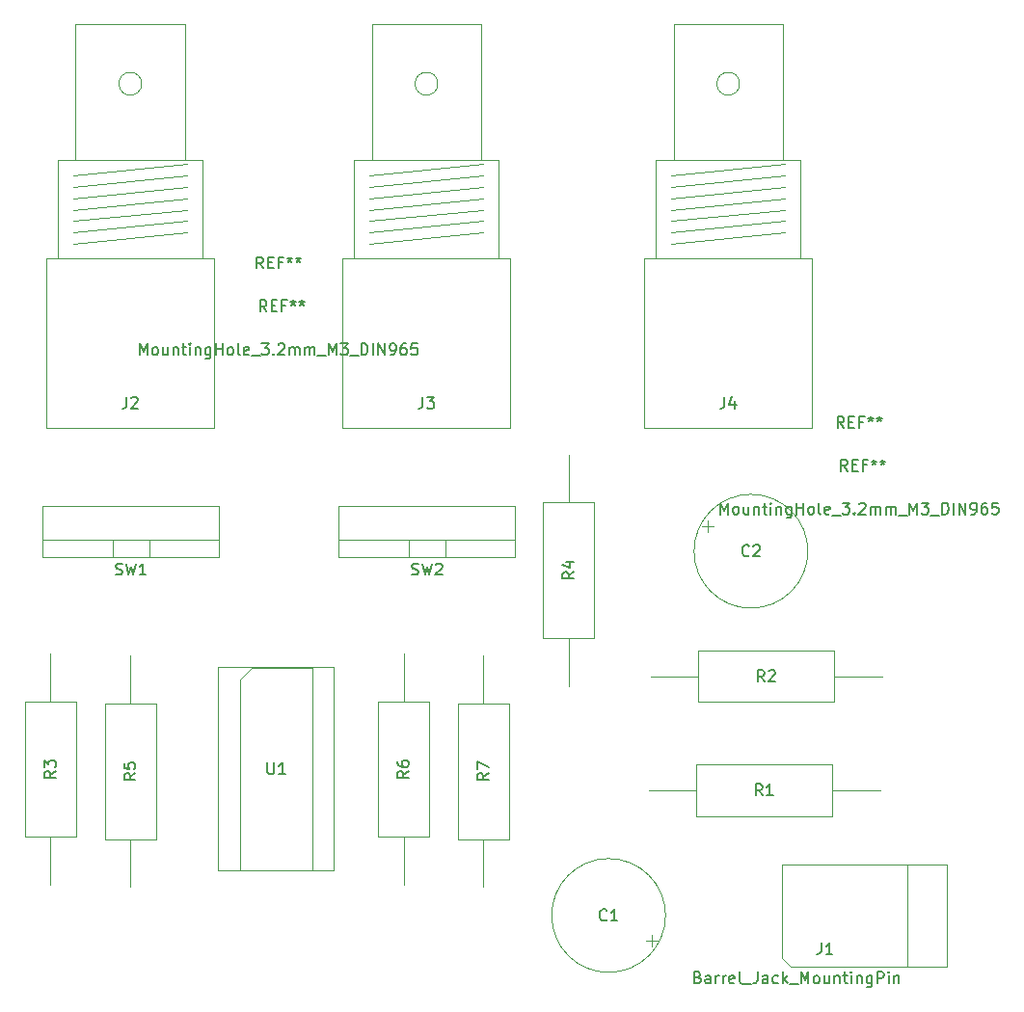
<source format=gbr>
%TF.GenerationSoftware,KiCad,Pcbnew,5.1.6-c6e7f7d~87~ubuntu20.04.1*%
%TF.CreationDate,2020-07-21T15:48:12+01:00*%
%TF.ProjectId,pmt_combiner,706d745f-636f-46d6-9269-6e65722e6b69,rev?*%
%TF.SameCoordinates,Original*%
%TF.FileFunction,Other,Fab,Top*%
%FSLAX46Y46*%
G04 Gerber Fmt 4.6, Leading zero omitted, Abs format (unit mm)*
G04 Created by KiCad (PCBNEW 5.1.6-c6e7f7d~87~ubuntu20.04.1) date 2020-07-21 15:48:12*
%MOMM*%
%LPD*%
G01*
G04 APERTURE LIST*
%ADD10C,0.100000*%
%ADD11C,0.150000*%
G04 APERTURE END LIST*
D10*
%TO.C,C1*%
X172500000Y-94000000D02*
G75*
G03*
X172500000Y-94000000I-5000000J0D01*
G01*
X171788861Y-96187500D02*
X170788861Y-96187500D01*
X171288861Y-96687500D02*
X171288861Y-95687500D01*
%TO.C,C2*%
X176211139Y-59312500D02*
X176211139Y-60312500D01*
X175711139Y-59812500D02*
X176711139Y-59812500D01*
X185000000Y-62000000D02*
G75*
G03*
X185000000Y-62000000I-5000000J0D01*
G01*
%TO.C,J1*%
X183503213Y-98505425D02*
X182700000Y-97750000D01*
X193700000Y-98500000D02*
X193700000Y-89500000D01*
X197200000Y-98500000D02*
X197200000Y-89500000D01*
X197200000Y-89500000D02*
X182700000Y-89500000D01*
X182700000Y-89500000D02*
X182700000Y-97750000D01*
X183500000Y-98500000D02*
X197200000Y-98500000D01*
%TO.C,J2*%
X120500000Y-35000000D02*
X130500000Y-34000000D01*
X118150000Y-36300000D02*
X118150000Y-51200000D01*
X132850000Y-36300000D02*
X118150000Y-36300000D01*
X132850000Y-51200000D02*
X132850000Y-36300000D01*
X118150000Y-51200000D02*
X132850000Y-51200000D01*
X119150000Y-27600000D02*
X119150000Y-36300000D01*
X131850000Y-27600000D02*
X119150000Y-27600000D01*
X131850000Y-36300000D02*
X131850000Y-27600000D01*
X120700000Y-15700000D02*
X120700000Y-27600000D01*
X130300000Y-15700000D02*
X120700000Y-15700000D01*
X130300000Y-27600000D02*
X130300000Y-15700000D01*
X126500000Y-20930000D02*
G75*
G03*
X126500000Y-20930000I-1000000J0D01*
G01*
X120500000Y-34000000D02*
X130500000Y-33000000D01*
X120500000Y-33000000D02*
X130500000Y-32000000D01*
X120500000Y-32000000D02*
X130500000Y-31000000D01*
X120500000Y-31000000D02*
X130500000Y-30000000D01*
X120500000Y-30000000D02*
X130500000Y-29000000D01*
X120500000Y-29000000D02*
X130500000Y-28000000D01*
%TO.C,J3*%
X146500000Y-29000000D02*
X156500000Y-28000000D01*
X146500000Y-30000000D02*
X156500000Y-29000000D01*
X146500000Y-31000000D02*
X156500000Y-30000000D01*
X146500000Y-32000000D02*
X156500000Y-31000000D01*
X146500000Y-33000000D02*
X156500000Y-32000000D01*
X146500000Y-34000000D02*
X156500000Y-33000000D01*
X152500000Y-20930000D02*
G75*
G03*
X152500000Y-20930000I-1000000J0D01*
G01*
X156300000Y-27600000D02*
X156300000Y-15700000D01*
X156300000Y-15700000D02*
X146700000Y-15700000D01*
X146700000Y-15700000D02*
X146700000Y-27600000D01*
X157850000Y-36300000D02*
X157850000Y-27600000D01*
X157850000Y-27600000D02*
X145150000Y-27600000D01*
X145150000Y-27600000D02*
X145150000Y-36300000D01*
X144150000Y-51200000D02*
X158850000Y-51200000D01*
X158850000Y-51200000D02*
X158850000Y-36300000D01*
X158850000Y-36300000D02*
X144150000Y-36300000D01*
X144150000Y-36300000D02*
X144150000Y-51200000D01*
X146500000Y-35000000D02*
X156500000Y-34000000D01*
%TO.C,J4*%
X173000000Y-29000000D02*
X183000000Y-28000000D01*
X173000000Y-30000000D02*
X183000000Y-29000000D01*
X173000000Y-31000000D02*
X183000000Y-30000000D01*
X173000000Y-32000000D02*
X183000000Y-31000000D01*
X173000000Y-33000000D02*
X183000000Y-32000000D01*
X173000000Y-34000000D02*
X183000000Y-33000000D01*
X179000000Y-20930000D02*
G75*
G03*
X179000000Y-20930000I-1000000J0D01*
G01*
X182800000Y-27600000D02*
X182800000Y-15700000D01*
X182800000Y-15700000D02*
X173200000Y-15700000D01*
X173200000Y-15700000D02*
X173200000Y-27600000D01*
X184350000Y-36300000D02*
X184350000Y-27600000D01*
X184350000Y-27600000D02*
X171650000Y-27600000D01*
X171650000Y-27600000D02*
X171650000Y-36300000D01*
X170650000Y-51200000D02*
X185350000Y-51200000D01*
X185350000Y-51200000D02*
X185350000Y-36300000D01*
X185350000Y-36300000D02*
X170650000Y-36300000D01*
X170650000Y-36300000D02*
X170650000Y-51200000D01*
X173000000Y-35000000D02*
X183000000Y-34000000D01*
%TO.C,R1*%
X175210000Y-80750000D02*
X175210000Y-85250000D01*
X175210000Y-85250000D02*
X187110000Y-85250000D01*
X187110000Y-85250000D02*
X187110000Y-80750000D01*
X187110000Y-80750000D02*
X175210000Y-80750000D01*
X171000000Y-83000000D02*
X175210000Y-83000000D01*
X191320000Y-83000000D02*
X187110000Y-83000000D01*
%TO.C,R2*%
X171180000Y-73000000D02*
X175390000Y-73000000D01*
X191500000Y-73000000D02*
X187290000Y-73000000D01*
X175390000Y-75250000D02*
X187290000Y-75250000D01*
X175390000Y-70750000D02*
X175390000Y-75250000D01*
X187290000Y-70750000D02*
X175390000Y-70750000D01*
X187290000Y-75250000D02*
X187290000Y-70750000D01*
%TO.C,R3*%
X118500000Y-91320000D02*
X118500000Y-87110000D01*
X118500000Y-71000000D02*
X118500000Y-75210000D01*
X120750000Y-87110000D02*
X120750000Y-75210000D01*
X116250000Y-87110000D02*
X120750000Y-87110000D01*
X116250000Y-75210000D02*
X116250000Y-87110000D01*
X120750000Y-75210000D02*
X116250000Y-75210000D01*
%TO.C,R4*%
X166250000Y-57710000D02*
X161750000Y-57710000D01*
X161750000Y-57710000D02*
X161750000Y-69610000D01*
X161750000Y-69610000D02*
X166250000Y-69610000D01*
X166250000Y-69610000D02*
X166250000Y-57710000D01*
X164000000Y-53500000D02*
X164000000Y-57710000D01*
X164000000Y-73820000D02*
X164000000Y-69610000D01*
%TO.C,R5*%
X123250000Y-87290000D02*
X127750000Y-87290000D01*
X127750000Y-87290000D02*
X127750000Y-75390000D01*
X127750000Y-75390000D02*
X123250000Y-75390000D01*
X123250000Y-75390000D02*
X123250000Y-87290000D01*
X125500000Y-91500000D02*
X125500000Y-87290000D01*
X125500000Y-71180000D02*
X125500000Y-75390000D01*
%TO.C,R6*%
X151750000Y-75210000D02*
X147250000Y-75210000D01*
X147250000Y-75210000D02*
X147250000Y-87110000D01*
X147250000Y-87110000D02*
X151750000Y-87110000D01*
X151750000Y-87110000D02*
X151750000Y-75210000D01*
X149500000Y-71000000D02*
X149500000Y-75210000D01*
X149500000Y-91320000D02*
X149500000Y-87110000D01*
%TO.C,R7*%
X156500000Y-71180000D02*
X156500000Y-75390000D01*
X156500000Y-91500000D02*
X156500000Y-87290000D01*
X154250000Y-75390000D02*
X154250000Y-87290000D01*
X158750000Y-75390000D02*
X154250000Y-75390000D01*
X158750000Y-87290000D02*
X158750000Y-75390000D01*
X154250000Y-87290000D02*
X158750000Y-87290000D01*
%TO.C,SW1*%
X133300000Y-62500000D02*
X133300000Y-58000000D01*
X133300000Y-58000000D02*
X117800000Y-58000000D01*
X117800000Y-58000000D02*
X117800000Y-62500000D01*
X117800000Y-62500000D02*
X133300000Y-62500000D01*
X133300000Y-61000000D02*
X117800000Y-61000000D01*
X127150000Y-62500000D02*
X127150000Y-61000000D01*
X123950000Y-62500000D02*
X123950000Y-61000000D01*
%TO.C,SW2*%
X149950000Y-62500000D02*
X149950000Y-61000000D01*
X153150000Y-62500000D02*
X153150000Y-61000000D01*
X159300000Y-61000000D02*
X143800000Y-61000000D01*
X143800000Y-62500000D02*
X159300000Y-62500000D01*
X143800000Y-58000000D02*
X143800000Y-62500000D01*
X159300000Y-58000000D02*
X143800000Y-58000000D01*
X159300000Y-62500000D02*
X159300000Y-58000000D01*
%TO.C,U1*%
X136135000Y-72230000D02*
X141485000Y-72230000D01*
X141485000Y-72230000D02*
X141485000Y-90010000D01*
X141485000Y-90010000D02*
X135135000Y-90010000D01*
X135135000Y-90010000D02*
X135135000Y-73230000D01*
X135135000Y-73230000D02*
X136135000Y-72230000D01*
X133230000Y-72170000D02*
X133230000Y-90070000D01*
X133230000Y-90070000D02*
X143390000Y-90070000D01*
X143390000Y-90070000D02*
X143390000Y-72170000D01*
X143390000Y-72170000D02*
X133230000Y-72170000D01*
%TD*%
%TO.C,REF\u002A\u002A*%
D11*
X137166666Y-37152380D02*
X136833333Y-36676190D01*
X136595238Y-37152380D02*
X136595238Y-36152380D01*
X136976190Y-36152380D01*
X137071428Y-36200000D01*
X137119047Y-36247619D01*
X137166666Y-36342857D01*
X137166666Y-36485714D01*
X137119047Y-36580952D01*
X137071428Y-36628571D01*
X136976190Y-36676190D01*
X136595238Y-36676190D01*
X137595238Y-36628571D02*
X137928571Y-36628571D01*
X138071428Y-37152380D02*
X137595238Y-37152380D01*
X137595238Y-36152380D01*
X138071428Y-36152380D01*
X138833333Y-36628571D02*
X138500000Y-36628571D01*
X138500000Y-37152380D02*
X138500000Y-36152380D01*
X138976190Y-36152380D01*
X139500000Y-36152380D02*
X139500000Y-36390476D01*
X139261904Y-36295238D02*
X139500000Y-36390476D01*
X139738095Y-36295238D01*
X139357142Y-36580952D02*
X139500000Y-36390476D01*
X139642857Y-36580952D01*
X140261904Y-36152380D02*
X140261904Y-36390476D01*
X140023809Y-36295238D02*
X140261904Y-36390476D01*
X140500000Y-36295238D01*
X140119047Y-36580952D02*
X140261904Y-36390476D01*
X140404761Y-36580952D01*
X126309523Y-44752380D02*
X126309523Y-43752380D01*
X126642857Y-44466666D01*
X126976190Y-43752380D01*
X126976190Y-44752380D01*
X127595238Y-44752380D02*
X127500000Y-44704761D01*
X127452380Y-44657142D01*
X127404761Y-44561904D01*
X127404761Y-44276190D01*
X127452380Y-44180952D01*
X127500000Y-44133333D01*
X127595238Y-44085714D01*
X127738095Y-44085714D01*
X127833333Y-44133333D01*
X127880952Y-44180952D01*
X127928571Y-44276190D01*
X127928571Y-44561904D01*
X127880952Y-44657142D01*
X127833333Y-44704761D01*
X127738095Y-44752380D01*
X127595238Y-44752380D01*
X128785714Y-44085714D02*
X128785714Y-44752380D01*
X128357142Y-44085714D02*
X128357142Y-44609523D01*
X128404761Y-44704761D01*
X128500000Y-44752380D01*
X128642857Y-44752380D01*
X128738095Y-44704761D01*
X128785714Y-44657142D01*
X129261904Y-44085714D02*
X129261904Y-44752380D01*
X129261904Y-44180952D02*
X129309523Y-44133333D01*
X129404761Y-44085714D01*
X129547619Y-44085714D01*
X129642857Y-44133333D01*
X129690476Y-44228571D01*
X129690476Y-44752380D01*
X130023809Y-44085714D02*
X130404761Y-44085714D01*
X130166666Y-43752380D02*
X130166666Y-44609523D01*
X130214285Y-44704761D01*
X130309523Y-44752380D01*
X130404761Y-44752380D01*
X130738095Y-44752380D02*
X130738095Y-44085714D01*
X130738095Y-43752380D02*
X130690476Y-43800000D01*
X130738095Y-43847619D01*
X130785714Y-43800000D01*
X130738095Y-43752380D01*
X130738095Y-43847619D01*
X131214285Y-44085714D02*
X131214285Y-44752380D01*
X131214285Y-44180952D02*
X131261904Y-44133333D01*
X131357142Y-44085714D01*
X131500000Y-44085714D01*
X131595238Y-44133333D01*
X131642857Y-44228571D01*
X131642857Y-44752380D01*
X132547619Y-44085714D02*
X132547619Y-44895238D01*
X132500000Y-44990476D01*
X132452380Y-45038095D01*
X132357142Y-45085714D01*
X132214285Y-45085714D01*
X132119047Y-45038095D01*
X132547619Y-44704761D02*
X132452380Y-44752380D01*
X132261904Y-44752380D01*
X132166666Y-44704761D01*
X132119047Y-44657142D01*
X132071428Y-44561904D01*
X132071428Y-44276190D01*
X132119047Y-44180952D01*
X132166666Y-44133333D01*
X132261904Y-44085714D01*
X132452380Y-44085714D01*
X132547619Y-44133333D01*
X133023809Y-44752380D02*
X133023809Y-43752380D01*
X133023809Y-44228571D02*
X133595238Y-44228571D01*
X133595238Y-44752380D02*
X133595238Y-43752380D01*
X134214285Y-44752380D02*
X134119047Y-44704761D01*
X134071428Y-44657142D01*
X134023809Y-44561904D01*
X134023809Y-44276190D01*
X134071428Y-44180952D01*
X134119047Y-44133333D01*
X134214285Y-44085714D01*
X134357142Y-44085714D01*
X134452380Y-44133333D01*
X134500000Y-44180952D01*
X134547619Y-44276190D01*
X134547619Y-44561904D01*
X134500000Y-44657142D01*
X134452380Y-44704761D01*
X134357142Y-44752380D01*
X134214285Y-44752380D01*
X135119047Y-44752380D02*
X135023809Y-44704761D01*
X134976190Y-44609523D01*
X134976190Y-43752380D01*
X135880952Y-44704761D02*
X135785714Y-44752380D01*
X135595238Y-44752380D01*
X135500000Y-44704761D01*
X135452380Y-44609523D01*
X135452380Y-44228571D01*
X135500000Y-44133333D01*
X135595238Y-44085714D01*
X135785714Y-44085714D01*
X135880952Y-44133333D01*
X135928571Y-44228571D01*
X135928571Y-44323809D01*
X135452380Y-44419047D01*
X136119047Y-44847619D02*
X136880952Y-44847619D01*
X137023809Y-43752380D02*
X137642857Y-43752380D01*
X137309523Y-44133333D01*
X137452380Y-44133333D01*
X137547619Y-44180952D01*
X137595238Y-44228571D01*
X137642857Y-44323809D01*
X137642857Y-44561904D01*
X137595238Y-44657142D01*
X137547619Y-44704761D01*
X137452380Y-44752380D01*
X137166666Y-44752380D01*
X137071428Y-44704761D01*
X137023809Y-44657142D01*
X138071428Y-44657142D02*
X138119047Y-44704761D01*
X138071428Y-44752380D01*
X138023809Y-44704761D01*
X138071428Y-44657142D01*
X138071428Y-44752380D01*
X138500000Y-43847619D02*
X138547619Y-43800000D01*
X138642857Y-43752380D01*
X138880952Y-43752380D01*
X138976190Y-43800000D01*
X139023809Y-43847619D01*
X139071428Y-43942857D01*
X139071428Y-44038095D01*
X139023809Y-44180952D01*
X138452380Y-44752380D01*
X139071428Y-44752380D01*
X139500000Y-44752380D02*
X139500000Y-44085714D01*
X139500000Y-44180952D02*
X139547619Y-44133333D01*
X139642857Y-44085714D01*
X139785714Y-44085714D01*
X139880952Y-44133333D01*
X139928571Y-44228571D01*
X139928571Y-44752380D01*
X139928571Y-44228571D02*
X139976190Y-44133333D01*
X140071428Y-44085714D01*
X140214285Y-44085714D01*
X140309523Y-44133333D01*
X140357142Y-44228571D01*
X140357142Y-44752380D01*
X140833333Y-44752380D02*
X140833333Y-44085714D01*
X140833333Y-44180952D02*
X140880952Y-44133333D01*
X140976190Y-44085714D01*
X141119047Y-44085714D01*
X141214285Y-44133333D01*
X141261904Y-44228571D01*
X141261904Y-44752380D01*
X141261904Y-44228571D02*
X141309523Y-44133333D01*
X141404761Y-44085714D01*
X141547619Y-44085714D01*
X141642857Y-44133333D01*
X141690476Y-44228571D01*
X141690476Y-44752380D01*
X141928571Y-44847619D02*
X142690476Y-44847619D01*
X142928571Y-44752380D02*
X142928571Y-43752380D01*
X143261904Y-44466666D01*
X143595238Y-43752380D01*
X143595238Y-44752380D01*
X143976190Y-43752380D02*
X144595238Y-43752380D01*
X144261904Y-44133333D01*
X144404761Y-44133333D01*
X144500000Y-44180952D01*
X144547619Y-44228571D01*
X144595238Y-44323809D01*
X144595238Y-44561904D01*
X144547619Y-44657142D01*
X144500000Y-44704761D01*
X144404761Y-44752380D01*
X144119047Y-44752380D01*
X144023809Y-44704761D01*
X143976190Y-44657142D01*
X144785714Y-44847619D02*
X145547619Y-44847619D01*
X145785714Y-44752380D02*
X145785714Y-43752380D01*
X146023809Y-43752380D01*
X146166666Y-43800000D01*
X146261904Y-43895238D01*
X146309523Y-43990476D01*
X146357142Y-44180952D01*
X146357142Y-44323809D01*
X146309523Y-44514285D01*
X146261904Y-44609523D01*
X146166666Y-44704761D01*
X146023809Y-44752380D01*
X145785714Y-44752380D01*
X146785714Y-44752380D02*
X146785714Y-43752380D01*
X147261904Y-44752380D02*
X147261904Y-43752380D01*
X147833333Y-44752380D01*
X147833333Y-43752380D01*
X148357142Y-44752380D02*
X148547619Y-44752380D01*
X148642857Y-44704761D01*
X148690476Y-44657142D01*
X148785714Y-44514285D01*
X148833333Y-44323809D01*
X148833333Y-43942857D01*
X148785714Y-43847619D01*
X148738095Y-43800000D01*
X148642857Y-43752380D01*
X148452380Y-43752380D01*
X148357142Y-43800000D01*
X148309523Y-43847619D01*
X148261904Y-43942857D01*
X148261904Y-44180952D01*
X148309523Y-44276190D01*
X148357142Y-44323809D01*
X148452380Y-44371428D01*
X148642857Y-44371428D01*
X148738095Y-44323809D01*
X148785714Y-44276190D01*
X148833333Y-44180952D01*
X149690476Y-43752380D02*
X149500000Y-43752380D01*
X149404761Y-43800000D01*
X149357142Y-43847619D01*
X149261904Y-43990476D01*
X149214285Y-44180952D01*
X149214285Y-44561904D01*
X149261904Y-44657142D01*
X149309523Y-44704761D01*
X149404761Y-44752380D01*
X149595238Y-44752380D01*
X149690476Y-44704761D01*
X149738095Y-44657142D01*
X149785714Y-44561904D01*
X149785714Y-44323809D01*
X149738095Y-44228571D01*
X149690476Y-44180952D01*
X149595238Y-44133333D01*
X149404761Y-44133333D01*
X149309523Y-44180952D01*
X149261904Y-44228571D01*
X149214285Y-44323809D01*
X150690476Y-43752380D02*
X150214285Y-43752380D01*
X150166666Y-44228571D01*
X150214285Y-44180952D01*
X150309523Y-44133333D01*
X150547619Y-44133333D01*
X150642857Y-44180952D01*
X150690476Y-44228571D01*
X150738095Y-44323809D01*
X150738095Y-44561904D01*
X150690476Y-44657142D01*
X150642857Y-44704761D01*
X150547619Y-44752380D01*
X150309523Y-44752380D01*
X150214285Y-44704761D01*
X150166666Y-44657142D01*
X137466666Y-40952380D02*
X137133333Y-40476190D01*
X136895238Y-40952380D02*
X136895238Y-39952380D01*
X137276190Y-39952380D01*
X137371428Y-40000000D01*
X137419047Y-40047619D01*
X137466666Y-40142857D01*
X137466666Y-40285714D01*
X137419047Y-40380952D01*
X137371428Y-40428571D01*
X137276190Y-40476190D01*
X136895238Y-40476190D01*
X137895238Y-40428571D02*
X138228571Y-40428571D01*
X138371428Y-40952380D02*
X137895238Y-40952380D01*
X137895238Y-39952380D01*
X138371428Y-39952380D01*
X139133333Y-40428571D02*
X138800000Y-40428571D01*
X138800000Y-40952380D02*
X138800000Y-39952380D01*
X139276190Y-39952380D01*
X139800000Y-39952380D02*
X139800000Y-40190476D01*
X139561904Y-40095238D02*
X139800000Y-40190476D01*
X140038095Y-40095238D01*
X139657142Y-40380952D02*
X139800000Y-40190476D01*
X139942857Y-40380952D01*
X140561904Y-39952380D02*
X140561904Y-40190476D01*
X140323809Y-40095238D02*
X140561904Y-40190476D01*
X140800000Y-40095238D01*
X140419047Y-40380952D02*
X140561904Y-40190476D01*
X140704761Y-40380952D01*
X188166666Y-51152380D02*
X187833333Y-50676190D01*
X187595238Y-51152380D02*
X187595238Y-50152380D01*
X187976190Y-50152380D01*
X188071428Y-50200000D01*
X188119047Y-50247619D01*
X188166666Y-50342857D01*
X188166666Y-50485714D01*
X188119047Y-50580952D01*
X188071428Y-50628571D01*
X187976190Y-50676190D01*
X187595238Y-50676190D01*
X188595238Y-50628571D02*
X188928571Y-50628571D01*
X189071428Y-51152380D02*
X188595238Y-51152380D01*
X188595238Y-50152380D01*
X189071428Y-50152380D01*
X189833333Y-50628571D02*
X189500000Y-50628571D01*
X189500000Y-51152380D02*
X189500000Y-50152380D01*
X189976190Y-50152380D01*
X190500000Y-50152380D02*
X190500000Y-50390476D01*
X190261904Y-50295238D02*
X190500000Y-50390476D01*
X190738095Y-50295238D01*
X190357142Y-50580952D02*
X190500000Y-50390476D01*
X190642857Y-50580952D01*
X191261904Y-50152380D02*
X191261904Y-50390476D01*
X191023809Y-50295238D02*
X191261904Y-50390476D01*
X191500000Y-50295238D01*
X191119047Y-50580952D02*
X191261904Y-50390476D01*
X191404761Y-50580952D01*
X177309523Y-58752380D02*
X177309523Y-57752380D01*
X177642857Y-58466666D01*
X177976190Y-57752380D01*
X177976190Y-58752380D01*
X178595238Y-58752380D02*
X178500000Y-58704761D01*
X178452380Y-58657142D01*
X178404761Y-58561904D01*
X178404761Y-58276190D01*
X178452380Y-58180952D01*
X178500000Y-58133333D01*
X178595238Y-58085714D01*
X178738095Y-58085714D01*
X178833333Y-58133333D01*
X178880952Y-58180952D01*
X178928571Y-58276190D01*
X178928571Y-58561904D01*
X178880952Y-58657142D01*
X178833333Y-58704761D01*
X178738095Y-58752380D01*
X178595238Y-58752380D01*
X179785714Y-58085714D02*
X179785714Y-58752380D01*
X179357142Y-58085714D02*
X179357142Y-58609523D01*
X179404761Y-58704761D01*
X179500000Y-58752380D01*
X179642857Y-58752380D01*
X179738095Y-58704761D01*
X179785714Y-58657142D01*
X180261904Y-58085714D02*
X180261904Y-58752380D01*
X180261904Y-58180952D02*
X180309523Y-58133333D01*
X180404761Y-58085714D01*
X180547619Y-58085714D01*
X180642857Y-58133333D01*
X180690476Y-58228571D01*
X180690476Y-58752380D01*
X181023809Y-58085714D02*
X181404761Y-58085714D01*
X181166666Y-57752380D02*
X181166666Y-58609523D01*
X181214285Y-58704761D01*
X181309523Y-58752380D01*
X181404761Y-58752380D01*
X181738095Y-58752380D02*
X181738095Y-58085714D01*
X181738095Y-57752380D02*
X181690476Y-57800000D01*
X181738095Y-57847619D01*
X181785714Y-57800000D01*
X181738095Y-57752380D01*
X181738095Y-57847619D01*
X182214285Y-58085714D02*
X182214285Y-58752380D01*
X182214285Y-58180952D02*
X182261904Y-58133333D01*
X182357142Y-58085714D01*
X182500000Y-58085714D01*
X182595238Y-58133333D01*
X182642857Y-58228571D01*
X182642857Y-58752380D01*
X183547619Y-58085714D02*
X183547619Y-58895238D01*
X183500000Y-58990476D01*
X183452380Y-59038095D01*
X183357142Y-59085714D01*
X183214285Y-59085714D01*
X183119047Y-59038095D01*
X183547619Y-58704761D02*
X183452380Y-58752380D01*
X183261904Y-58752380D01*
X183166666Y-58704761D01*
X183119047Y-58657142D01*
X183071428Y-58561904D01*
X183071428Y-58276190D01*
X183119047Y-58180952D01*
X183166666Y-58133333D01*
X183261904Y-58085714D01*
X183452380Y-58085714D01*
X183547619Y-58133333D01*
X184023809Y-58752380D02*
X184023809Y-57752380D01*
X184023809Y-58228571D02*
X184595238Y-58228571D01*
X184595238Y-58752380D02*
X184595238Y-57752380D01*
X185214285Y-58752380D02*
X185119047Y-58704761D01*
X185071428Y-58657142D01*
X185023809Y-58561904D01*
X185023809Y-58276190D01*
X185071428Y-58180952D01*
X185119047Y-58133333D01*
X185214285Y-58085714D01*
X185357142Y-58085714D01*
X185452380Y-58133333D01*
X185500000Y-58180952D01*
X185547619Y-58276190D01*
X185547619Y-58561904D01*
X185500000Y-58657142D01*
X185452380Y-58704761D01*
X185357142Y-58752380D01*
X185214285Y-58752380D01*
X186119047Y-58752380D02*
X186023809Y-58704761D01*
X185976190Y-58609523D01*
X185976190Y-57752380D01*
X186880952Y-58704761D02*
X186785714Y-58752380D01*
X186595238Y-58752380D01*
X186500000Y-58704761D01*
X186452380Y-58609523D01*
X186452380Y-58228571D01*
X186500000Y-58133333D01*
X186595238Y-58085714D01*
X186785714Y-58085714D01*
X186880952Y-58133333D01*
X186928571Y-58228571D01*
X186928571Y-58323809D01*
X186452380Y-58419047D01*
X187119047Y-58847619D02*
X187880952Y-58847619D01*
X188023809Y-57752380D02*
X188642857Y-57752380D01*
X188309523Y-58133333D01*
X188452380Y-58133333D01*
X188547619Y-58180952D01*
X188595238Y-58228571D01*
X188642857Y-58323809D01*
X188642857Y-58561904D01*
X188595238Y-58657142D01*
X188547619Y-58704761D01*
X188452380Y-58752380D01*
X188166666Y-58752380D01*
X188071428Y-58704761D01*
X188023809Y-58657142D01*
X189071428Y-58657142D02*
X189119047Y-58704761D01*
X189071428Y-58752380D01*
X189023809Y-58704761D01*
X189071428Y-58657142D01*
X189071428Y-58752380D01*
X189500000Y-57847619D02*
X189547619Y-57800000D01*
X189642857Y-57752380D01*
X189880952Y-57752380D01*
X189976190Y-57800000D01*
X190023809Y-57847619D01*
X190071428Y-57942857D01*
X190071428Y-58038095D01*
X190023809Y-58180952D01*
X189452380Y-58752380D01*
X190071428Y-58752380D01*
X190500000Y-58752380D02*
X190500000Y-58085714D01*
X190500000Y-58180952D02*
X190547619Y-58133333D01*
X190642857Y-58085714D01*
X190785714Y-58085714D01*
X190880952Y-58133333D01*
X190928571Y-58228571D01*
X190928571Y-58752380D01*
X190928571Y-58228571D02*
X190976190Y-58133333D01*
X191071428Y-58085714D01*
X191214285Y-58085714D01*
X191309523Y-58133333D01*
X191357142Y-58228571D01*
X191357142Y-58752380D01*
X191833333Y-58752380D02*
X191833333Y-58085714D01*
X191833333Y-58180952D02*
X191880952Y-58133333D01*
X191976190Y-58085714D01*
X192119047Y-58085714D01*
X192214285Y-58133333D01*
X192261904Y-58228571D01*
X192261904Y-58752380D01*
X192261904Y-58228571D02*
X192309523Y-58133333D01*
X192404761Y-58085714D01*
X192547619Y-58085714D01*
X192642857Y-58133333D01*
X192690476Y-58228571D01*
X192690476Y-58752380D01*
X192928571Y-58847619D02*
X193690476Y-58847619D01*
X193928571Y-58752380D02*
X193928571Y-57752380D01*
X194261904Y-58466666D01*
X194595238Y-57752380D01*
X194595238Y-58752380D01*
X194976190Y-57752380D02*
X195595238Y-57752380D01*
X195261904Y-58133333D01*
X195404761Y-58133333D01*
X195500000Y-58180952D01*
X195547619Y-58228571D01*
X195595238Y-58323809D01*
X195595238Y-58561904D01*
X195547619Y-58657142D01*
X195500000Y-58704761D01*
X195404761Y-58752380D01*
X195119047Y-58752380D01*
X195023809Y-58704761D01*
X194976190Y-58657142D01*
X195785714Y-58847619D02*
X196547619Y-58847619D01*
X196785714Y-58752380D02*
X196785714Y-57752380D01*
X197023809Y-57752380D01*
X197166666Y-57800000D01*
X197261904Y-57895238D01*
X197309523Y-57990476D01*
X197357142Y-58180952D01*
X197357142Y-58323809D01*
X197309523Y-58514285D01*
X197261904Y-58609523D01*
X197166666Y-58704761D01*
X197023809Y-58752380D01*
X196785714Y-58752380D01*
X197785714Y-58752380D02*
X197785714Y-57752380D01*
X198261904Y-58752380D02*
X198261904Y-57752380D01*
X198833333Y-58752380D01*
X198833333Y-57752380D01*
X199357142Y-58752380D02*
X199547619Y-58752380D01*
X199642857Y-58704761D01*
X199690476Y-58657142D01*
X199785714Y-58514285D01*
X199833333Y-58323809D01*
X199833333Y-57942857D01*
X199785714Y-57847619D01*
X199738095Y-57800000D01*
X199642857Y-57752380D01*
X199452380Y-57752380D01*
X199357142Y-57800000D01*
X199309523Y-57847619D01*
X199261904Y-57942857D01*
X199261904Y-58180952D01*
X199309523Y-58276190D01*
X199357142Y-58323809D01*
X199452380Y-58371428D01*
X199642857Y-58371428D01*
X199738095Y-58323809D01*
X199785714Y-58276190D01*
X199833333Y-58180952D01*
X200690476Y-57752380D02*
X200500000Y-57752380D01*
X200404761Y-57800000D01*
X200357142Y-57847619D01*
X200261904Y-57990476D01*
X200214285Y-58180952D01*
X200214285Y-58561904D01*
X200261904Y-58657142D01*
X200309523Y-58704761D01*
X200404761Y-58752380D01*
X200595238Y-58752380D01*
X200690476Y-58704761D01*
X200738095Y-58657142D01*
X200785714Y-58561904D01*
X200785714Y-58323809D01*
X200738095Y-58228571D01*
X200690476Y-58180952D01*
X200595238Y-58133333D01*
X200404761Y-58133333D01*
X200309523Y-58180952D01*
X200261904Y-58228571D01*
X200214285Y-58323809D01*
X201690476Y-57752380D02*
X201214285Y-57752380D01*
X201166666Y-58228571D01*
X201214285Y-58180952D01*
X201309523Y-58133333D01*
X201547619Y-58133333D01*
X201642857Y-58180952D01*
X201690476Y-58228571D01*
X201738095Y-58323809D01*
X201738095Y-58561904D01*
X201690476Y-58657142D01*
X201642857Y-58704761D01*
X201547619Y-58752380D01*
X201309523Y-58752380D01*
X201214285Y-58704761D01*
X201166666Y-58657142D01*
X188466666Y-54952380D02*
X188133333Y-54476190D01*
X187895238Y-54952380D02*
X187895238Y-53952380D01*
X188276190Y-53952380D01*
X188371428Y-54000000D01*
X188419047Y-54047619D01*
X188466666Y-54142857D01*
X188466666Y-54285714D01*
X188419047Y-54380952D01*
X188371428Y-54428571D01*
X188276190Y-54476190D01*
X187895238Y-54476190D01*
X188895238Y-54428571D02*
X189228571Y-54428571D01*
X189371428Y-54952380D02*
X188895238Y-54952380D01*
X188895238Y-53952380D01*
X189371428Y-53952380D01*
X190133333Y-54428571D02*
X189800000Y-54428571D01*
X189800000Y-54952380D02*
X189800000Y-53952380D01*
X190276190Y-53952380D01*
X190800000Y-53952380D02*
X190800000Y-54190476D01*
X190561904Y-54095238D02*
X190800000Y-54190476D01*
X191038095Y-54095238D01*
X190657142Y-54380952D02*
X190800000Y-54190476D01*
X190942857Y-54380952D01*
X191561904Y-53952380D02*
X191561904Y-54190476D01*
X191323809Y-54095238D02*
X191561904Y-54190476D01*
X191800000Y-54095238D01*
X191419047Y-54380952D02*
X191561904Y-54190476D01*
X191704761Y-54380952D01*
%TO.C,C1*%
X167333333Y-94357142D02*
X167285714Y-94404761D01*
X167142857Y-94452380D01*
X167047619Y-94452380D01*
X166904761Y-94404761D01*
X166809523Y-94309523D01*
X166761904Y-94214285D01*
X166714285Y-94023809D01*
X166714285Y-93880952D01*
X166761904Y-93690476D01*
X166809523Y-93595238D01*
X166904761Y-93500000D01*
X167047619Y-93452380D01*
X167142857Y-93452380D01*
X167285714Y-93500000D01*
X167333333Y-93547619D01*
X168285714Y-94452380D02*
X167714285Y-94452380D01*
X168000000Y-94452380D02*
X168000000Y-93452380D01*
X167904761Y-93595238D01*
X167809523Y-93690476D01*
X167714285Y-93738095D01*
%TO.C,C2*%
X179833333Y-62357142D02*
X179785714Y-62404761D01*
X179642857Y-62452380D01*
X179547619Y-62452380D01*
X179404761Y-62404761D01*
X179309523Y-62309523D01*
X179261904Y-62214285D01*
X179214285Y-62023809D01*
X179214285Y-61880952D01*
X179261904Y-61690476D01*
X179309523Y-61595238D01*
X179404761Y-61500000D01*
X179547619Y-61452380D01*
X179642857Y-61452380D01*
X179785714Y-61500000D01*
X179833333Y-61547619D01*
X180214285Y-61547619D02*
X180261904Y-61500000D01*
X180357142Y-61452380D01*
X180595238Y-61452380D01*
X180690476Y-61500000D01*
X180738095Y-61547619D01*
X180785714Y-61642857D01*
X180785714Y-61738095D01*
X180738095Y-61880952D01*
X180166666Y-62452380D01*
X180785714Y-62452380D01*
%TO.C,J1*%
X175333333Y-99428571D02*
X175476190Y-99476190D01*
X175523809Y-99523809D01*
X175571428Y-99619047D01*
X175571428Y-99761904D01*
X175523809Y-99857142D01*
X175476190Y-99904761D01*
X175380952Y-99952380D01*
X175000000Y-99952380D01*
X175000000Y-98952380D01*
X175333333Y-98952380D01*
X175428571Y-99000000D01*
X175476190Y-99047619D01*
X175523809Y-99142857D01*
X175523809Y-99238095D01*
X175476190Y-99333333D01*
X175428571Y-99380952D01*
X175333333Y-99428571D01*
X175000000Y-99428571D01*
X176428571Y-99952380D02*
X176428571Y-99428571D01*
X176380952Y-99333333D01*
X176285714Y-99285714D01*
X176095238Y-99285714D01*
X176000000Y-99333333D01*
X176428571Y-99904761D02*
X176333333Y-99952380D01*
X176095238Y-99952380D01*
X176000000Y-99904761D01*
X175952380Y-99809523D01*
X175952380Y-99714285D01*
X176000000Y-99619047D01*
X176095238Y-99571428D01*
X176333333Y-99571428D01*
X176428571Y-99523809D01*
X176904761Y-99952380D02*
X176904761Y-99285714D01*
X176904761Y-99476190D02*
X176952380Y-99380952D01*
X177000000Y-99333333D01*
X177095238Y-99285714D01*
X177190476Y-99285714D01*
X177523809Y-99952380D02*
X177523809Y-99285714D01*
X177523809Y-99476190D02*
X177571428Y-99380952D01*
X177619047Y-99333333D01*
X177714285Y-99285714D01*
X177809523Y-99285714D01*
X178523809Y-99904761D02*
X178428571Y-99952380D01*
X178238095Y-99952380D01*
X178142857Y-99904761D01*
X178095238Y-99809523D01*
X178095238Y-99428571D01*
X178142857Y-99333333D01*
X178238095Y-99285714D01*
X178428571Y-99285714D01*
X178523809Y-99333333D01*
X178571428Y-99428571D01*
X178571428Y-99523809D01*
X178095238Y-99619047D01*
X179142857Y-99952380D02*
X179047619Y-99904761D01*
X179000000Y-99809523D01*
X179000000Y-98952380D01*
X179285714Y-100047619D02*
X180047619Y-100047619D01*
X180571428Y-98952380D02*
X180571428Y-99666666D01*
X180523809Y-99809523D01*
X180428571Y-99904761D01*
X180285714Y-99952380D01*
X180190476Y-99952380D01*
X181476190Y-99952380D02*
X181476190Y-99428571D01*
X181428571Y-99333333D01*
X181333333Y-99285714D01*
X181142857Y-99285714D01*
X181047619Y-99333333D01*
X181476190Y-99904761D02*
X181380952Y-99952380D01*
X181142857Y-99952380D01*
X181047619Y-99904761D01*
X181000000Y-99809523D01*
X181000000Y-99714285D01*
X181047619Y-99619047D01*
X181142857Y-99571428D01*
X181380952Y-99571428D01*
X181476190Y-99523809D01*
X182380952Y-99904761D02*
X182285714Y-99952380D01*
X182095238Y-99952380D01*
X182000000Y-99904761D01*
X181952380Y-99857142D01*
X181904761Y-99761904D01*
X181904761Y-99476190D01*
X181952380Y-99380952D01*
X182000000Y-99333333D01*
X182095238Y-99285714D01*
X182285714Y-99285714D01*
X182380952Y-99333333D01*
X182809523Y-99952380D02*
X182809523Y-98952380D01*
X182904761Y-99571428D02*
X183190476Y-99952380D01*
X183190476Y-99285714D02*
X182809523Y-99666666D01*
X183380952Y-100047619D02*
X184142857Y-100047619D01*
X184380952Y-99952380D02*
X184380952Y-98952380D01*
X184714285Y-99666666D01*
X185047619Y-98952380D01*
X185047619Y-99952380D01*
X185666666Y-99952380D02*
X185571428Y-99904761D01*
X185523809Y-99857142D01*
X185476190Y-99761904D01*
X185476190Y-99476190D01*
X185523809Y-99380952D01*
X185571428Y-99333333D01*
X185666666Y-99285714D01*
X185809523Y-99285714D01*
X185904761Y-99333333D01*
X185952380Y-99380952D01*
X186000000Y-99476190D01*
X186000000Y-99761904D01*
X185952380Y-99857142D01*
X185904761Y-99904761D01*
X185809523Y-99952380D01*
X185666666Y-99952380D01*
X186857142Y-99285714D02*
X186857142Y-99952380D01*
X186428571Y-99285714D02*
X186428571Y-99809523D01*
X186476190Y-99904761D01*
X186571428Y-99952380D01*
X186714285Y-99952380D01*
X186809523Y-99904761D01*
X186857142Y-99857142D01*
X187333333Y-99285714D02*
X187333333Y-99952380D01*
X187333333Y-99380952D02*
X187380952Y-99333333D01*
X187476190Y-99285714D01*
X187619047Y-99285714D01*
X187714285Y-99333333D01*
X187761904Y-99428571D01*
X187761904Y-99952380D01*
X188095238Y-99285714D02*
X188476190Y-99285714D01*
X188238095Y-98952380D02*
X188238095Y-99809523D01*
X188285714Y-99904761D01*
X188380952Y-99952380D01*
X188476190Y-99952380D01*
X188809523Y-99952380D02*
X188809523Y-99285714D01*
X188809523Y-98952380D02*
X188761904Y-99000000D01*
X188809523Y-99047619D01*
X188857142Y-99000000D01*
X188809523Y-98952380D01*
X188809523Y-99047619D01*
X189285714Y-99285714D02*
X189285714Y-99952380D01*
X189285714Y-99380952D02*
X189333333Y-99333333D01*
X189428571Y-99285714D01*
X189571428Y-99285714D01*
X189666666Y-99333333D01*
X189714285Y-99428571D01*
X189714285Y-99952380D01*
X190619047Y-99285714D02*
X190619047Y-100095238D01*
X190571428Y-100190476D01*
X190523809Y-100238095D01*
X190428571Y-100285714D01*
X190285714Y-100285714D01*
X190190476Y-100238095D01*
X190619047Y-99904761D02*
X190523809Y-99952380D01*
X190333333Y-99952380D01*
X190238095Y-99904761D01*
X190190476Y-99857142D01*
X190142857Y-99761904D01*
X190142857Y-99476190D01*
X190190476Y-99380952D01*
X190238095Y-99333333D01*
X190333333Y-99285714D01*
X190523809Y-99285714D01*
X190619047Y-99333333D01*
X191095238Y-99952380D02*
X191095238Y-98952380D01*
X191476190Y-98952380D01*
X191571428Y-99000000D01*
X191619047Y-99047619D01*
X191666666Y-99142857D01*
X191666666Y-99285714D01*
X191619047Y-99380952D01*
X191571428Y-99428571D01*
X191476190Y-99476190D01*
X191095238Y-99476190D01*
X192095238Y-99952380D02*
X192095238Y-99285714D01*
X192095238Y-98952380D02*
X192047619Y-99000000D01*
X192095238Y-99047619D01*
X192142857Y-99000000D01*
X192095238Y-98952380D01*
X192095238Y-99047619D01*
X192571428Y-99285714D02*
X192571428Y-99952380D01*
X192571428Y-99380952D02*
X192619047Y-99333333D01*
X192714285Y-99285714D01*
X192857142Y-99285714D01*
X192952380Y-99333333D01*
X193000000Y-99428571D01*
X193000000Y-99952380D01*
X186166666Y-96402380D02*
X186166666Y-97116666D01*
X186119047Y-97259523D01*
X186023809Y-97354761D01*
X185880952Y-97402380D01*
X185785714Y-97402380D01*
X187166666Y-97402380D02*
X186595238Y-97402380D01*
X186880952Y-97402380D02*
X186880952Y-96402380D01*
X186785714Y-96545238D01*
X186690476Y-96640476D01*
X186595238Y-96688095D01*
%TO.C,J2*%
X125166666Y-48452380D02*
X125166666Y-49166666D01*
X125119047Y-49309523D01*
X125023809Y-49404761D01*
X124880952Y-49452380D01*
X124785714Y-49452380D01*
X125595238Y-48547619D02*
X125642857Y-48500000D01*
X125738095Y-48452380D01*
X125976190Y-48452380D01*
X126071428Y-48500000D01*
X126119047Y-48547619D01*
X126166666Y-48642857D01*
X126166666Y-48738095D01*
X126119047Y-48880952D01*
X125547619Y-49452380D01*
X126166666Y-49452380D01*
%TO.C,J3*%
X151166666Y-48452380D02*
X151166666Y-49166666D01*
X151119047Y-49309523D01*
X151023809Y-49404761D01*
X150880952Y-49452380D01*
X150785714Y-49452380D01*
X151547619Y-48452380D02*
X152166666Y-48452380D01*
X151833333Y-48833333D01*
X151976190Y-48833333D01*
X152071428Y-48880952D01*
X152119047Y-48928571D01*
X152166666Y-49023809D01*
X152166666Y-49261904D01*
X152119047Y-49357142D01*
X152071428Y-49404761D01*
X151976190Y-49452380D01*
X151690476Y-49452380D01*
X151595238Y-49404761D01*
X151547619Y-49357142D01*
%TO.C,J4*%
X177666666Y-48452380D02*
X177666666Y-49166666D01*
X177619047Y-49309523D01*
X177523809Y-49404761D01*
X177380952Y-49452380D01*
X177285714Y-49452380D01*
X178571428Y-48785714D02*
X178571428Y-49452380D01*
X178333333Y-48404761D02*
X178095238Y-49119047D01*
X178714285Y-49119047D01*
%TO.C,R1*%
X180993333Y-83452380D02*
X180660000Y-82976190D01*
X180421904Y-83452380D02*
X180421904Y-82452380D01*
X180802857Y-82452380D01*
X180898095Y-82500000D01*
X180945714Y-82547619D01*
X180993333Y-82642857D01*
X180993333Y-82785714D01*
X180945714Y-82880952D01*
X180898095Y-82928571D01*
X180802857Y-82976190D01*
X180421904Y-82976190D01*
X181945714Y-83452380D02*
X181374285Y-83452380D01*
X181660000Y-83452380D02*
X181660000Y-82452380D01*
X181564761Y-82595238D01*
X181469523Y-82690476D01*
X181374285Y-82738095D01*
%TO.C,R2*%
X181173333Y-73452380D02*
X180840000Y-72976190D01*
X180601904Y-73452380D02*
X180601904Y-72452380D01*
X180982857Y-72452380D01*
X181078095Y-72500000D01*
X181125714Y-72547619D01*
X181173333Y-72642857D01*
X181173333Y-72785714D01*
X181125714Y-72880952D01*
X181078095Y-72928571D01*
X180982857Y-72976190D01*
X180601904Y-72976190D01*
X181554285Y-72547619D02*
X181601904Y-72500000D01*
X181697142Y-72452380D01*
X181935238Y-72452380D01*
X182030476Y-72500000D01*
X182078095Y-72547619D01*
X182125714Y-72642857D01*
X182125714Y-72738095D01*
X182078095Y-72880952D01*
X181506666Y-73452380D01*
X182125714Y-73452380D01*
%TO.C,R3*%
X118952380Y-81326666D02*
X118476190Y-81660000D01*
X118952380Y-81898095D02*
X117952380Y-81898095D01*
X117952380Y-81517142D01*
X118000000Y-81421904D01*
X118047619Y-81374285D01*
X118142857Y-81326666D01*
X118285714Y-81326666D01*
X118380952Y-81374285D01*
X118428571Y-81421904D01*
X118476190Y-81517142D01*
X118476190Y-81898095D01*
X117952380Y-80993333D02*
X117952380Y-80374285D01*
X118333333Y-80707619D01*
X118333333Y-80564761D01*
X118380952Y-80469523D01*
X118428571Y-80421904D01*
X118523809Y-80374285D01*
X118761904Y-80374285D01*
X118857142Y-80421904D01*
X118904761Y-80469523D01*
X118952380Y-80564761D01*
X118952380Y-80850476D01*
X118904761Y-80945714D01*
X118857142Y-80993333D01*
%TO.C,R4*%
X164452380Y-63826666D02*
X163976190Y-64160000D01*
X164452380Y-64398095D02*
X163452380Y-64398095D01*
X163452380Y-64017142D01*
X163500000Y-63921904D01*
X163547619Y-63874285D01*
X163642857Y-63826666D01*
X163785714Y-63826666D01*
X163880952Y-63874285D01*
X163928571Y-63921904D01*
X163976190Y-64017142D01*
X163976190Y-64398095D01*
X163785714Y-62969523D02*
X164452380Y-62969523D01*
X163404761Y-63207619D02*
X164119047Y-63445714D01*
X164119047Y-62826666D01*
%TO.C,R5*%
X125952380Y-81506666D02*
X125476190Y-81840000D01*
X125952380Y-82078095D02*
X124952380Y-82078095D01*
X124952380Y-81697142D01*
X125000000Y-81601904D01*
X125047619Y-81554285D01*
X125142857Y-81506666D01*
X125285714Y-81506666D01*
X125380952Y-81554285D01*
X125428571Y-81601904D01*
X125476190Y-81697142D01*
X125476190Y-82078095D01*
X124952380Y-80601904D02*
X124952380Y-81078095D01*
X125428571Y-81125714D01*
X125380952Y-81078095D01*
X125333333Y-80982857D01*
X125333333Y-80744761D01*
X125380952Y-80649523D01*
X125428571Y-80601904D01*
X125523809Y-80554285D01*
X125761904Y-80554285D01*
X125857142Y-80601904D01*
X125904761Y-80649523D01*
X125952380Y-80744761D01*
X125952380Y-80982857D01*
X125904761Y-81078095D01*
X125857142Y-81125714D01*
%TO.C,R6*%
X149952380Y-81326666D02*
X149476190Y-81660000D01*
X149952380Y-81898095D02*
X148952380Y-81898095D01*
X148952380Y-81517142D01*
X149000000Y-81421904D01*
X149047619Y-81374285D01*
X149142857Y-81326666D01*
X149285714Y-81326666D01*
X149380952Y-81374285D01*
X149428571Y-81421904D01*
X149476190Y-81517142D01*
X149476190Y-81898095D01*
X148952380Y-80469523D02*
X148952380Y-80660000D01*
X149000000Y-80755238D01*
X149047619Y-80802857D01*
X149190476Y-80898095D01*
X149380952Y-80945714D01*
X149761904Y-80945714D01*
X149857142Y-80898095D01*
X149904761Y-80850476D01*
X149952380Y-80755238D01*
X149952380Y-80564761D01*
X149904761Y-80469523D01*
X149857142Y-80421904D01*
X149761904Y-80374285D01*
X149523809Y-80374285D01*
X149428571Y-80421904D01*
X149380952Y-80469523D01*
X149333333Y-80564761D01*
X149333333Y-80755238D01*
X149380952Y-80850476D01*
X149428571Y-80898095D01*
X149523809Y-80945714D01*
%TO.C,R7*%
X156952380Y-81506666D02*
X156476190Y-81840000D01*
X156952380Y-82078095D02*
X155952380Y-82078095D01*
X155952380Y-81697142D01*
X156000000Y-81601904D01*
X156047619Y-81554285D01*
X156142857Y-81506666D01*
X156285714Y-81506666D01*
X156380952Y-81554285D01*
X156428571Y-81601904D01*
X156476190Y-81697142D01*
X156476190Y-82078095D01*
X155952380Y-81173333D02*
X155952380Y-80506666D01*
X156952380Y-80935238D01*
%TO.C,SW1*%
X124216666Y-64024761D02*
X124359523Y-64072380D01*
X124597619Y-64072380D01*
X124692857Y-64024761D01*
X124740476Y-63977142D01*
X124788095Y-63881904D01*
X124788095Y-63786666D01*
X124740476Y-63691428D01*
X124692857Y-63643809D01*
X124597619Y-63596190D01*
X124407142Y-63548571D01*
X124311904Y-63500952D01*
X124264285Y-63453333D01*
X124216666Y-63358095D01*
X124216666Y-63262857D01*
X124264285Y-63167619D01*
X124311904Y-63120000D01*
X124407142Y-63072380D01*
X124645238Y-63072380D01*
X124788095Y-63120000D01*
X125121428Y-63072380D02*
X125359523Y-64072380D01*
X125550000Y-63358095D01*
X125740476Y-64072380D01*
X125978571Y-63072380D01*
X126883333Y-64072380D02*
X126311904Y-64072380D01*
X126597619Y-64072380D02*
X126597619Y-63072380D01*
X126502380Y-63215238D01*
X126407142Y-63310476D01*
X126311904Y-63358095D01*
%TO.C,SW2*%
X150216666Y-64024761D02*
X150359523Y-64072380D01*
X150597619Y-64072380D01*
X150692857Y-64024761D01*
X150740476Y-63977142D01*
X150788095Y-63881904D01*
X150788095Y-63786666D01*
X150740476Y-63691428D01*
X150692857Y-63643809D01*
X150597619Y-63596190D01*
X150407142Y-63548571D01*
X150311904Y-63500952D01*
X150264285Y-63453333D01*
X150216666Y-63358095D01*
X150216666Y-63262857D01*
X150264285Y-63167619D01*
X150311904Y-63120000D01*
X150407142Y-63072380D01*
X150645238Y-63072380D01*
X150788095Y-63120000D01*
X151121428Y-63072380D02*
X151359523Y-64072380D01*
X151550000Y-63358095D01*
X151740476Y-64072380D01*
X151978571Y-63072380D01*
X152311904Y-63167619D02*
X152359523Y-63120000D01*
X152454761Y-63072380D01*
X152692857Y-63072380D01*
X152788095Y-63120000D01*
X152835714Y-63167619D01*
X152883333Y-63262857D01*
X152883333Y-63358095D01*
X152835714Y-63500952D01*
X152264285Y-64072380D01*
X152883333Y-64072380D01*
%TO.C,U1*%
X137548095Y-80572380D02*
X137548095Y-81381904D01*
X137595714Y-81477142D01*
X137643333Y-81524761D01*
X137738571Y-81572380D01*
X137929047Y-81572380D01*
X138024285Y-81524761D01*
X138071904Y-81477142D01*
X138119523Y-81381904D01*
X138119523Y-80572380D01*
X139119523Y-81572380D02*
X138548095Y-81572380D01*
X138833809Y-81572380D02*
X138833809Y-80572380D01*
X138738571Y-80715238D01*
X138643333Y-80810476D01*
X138548095Y-80858095D01*
%TD*%
M02*

</source>
